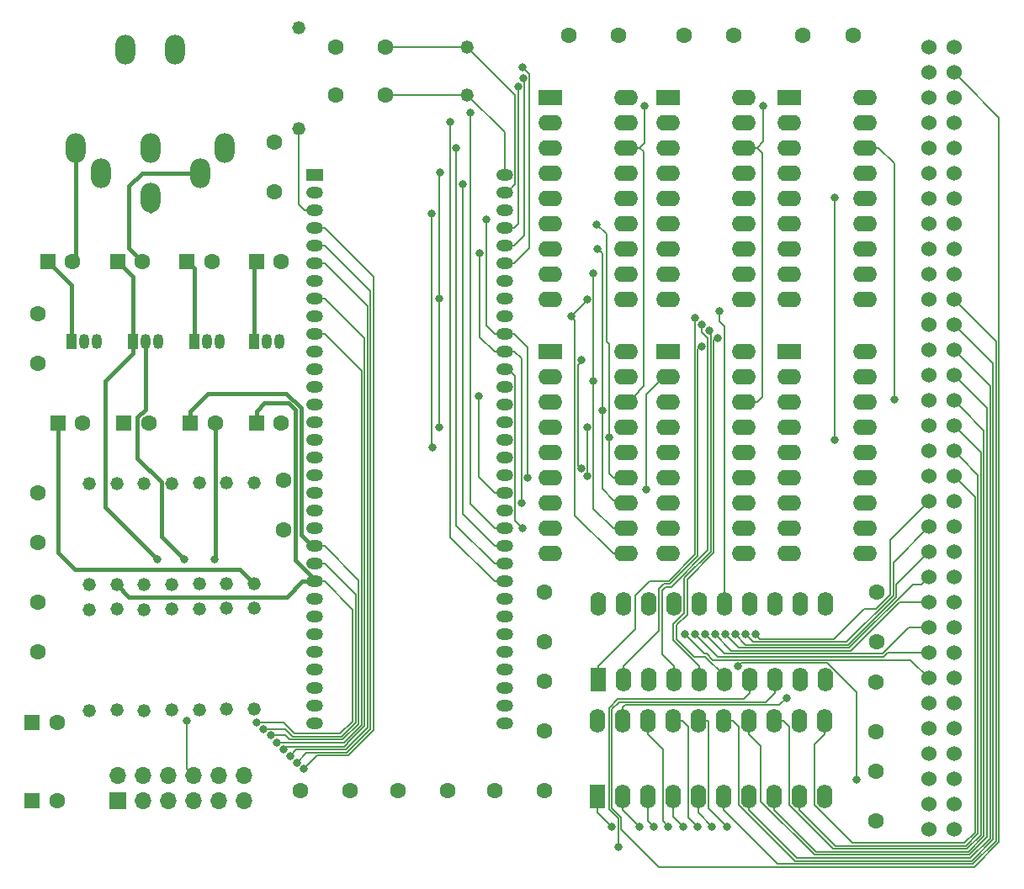
<source format=gbr>
G04 #@! TF.GenerationSoftware,KiCad,Pcbnew,(5.1.5-0-10_14)*
G04 #@! TF.CreationDate,2020-06-05T18:14:08+01:00*
G04 #@! TF.ProjectId,v9958video,76393935-3876-4696-9465-6f2e6b696361,rev?*
G04 #@! TF.SameCoordinates,Original*
G04 #@! TF.FileFunction,Copper,L1,Top*
G04 #@! TF.FilePolarity,Positive*
%FSLAX46Y46*%
G04 Gerber Fmt 4.6, Leading zero omitted, Abs format (unit mm)*
G04 Created by KiCad (PCBNEW (5.1.5-0-10_14)) date 2020-06-05 18:14:08*
%MOMM*%
%LPD*%
G04 APERTURE LIST*
%ADD10O,2.400000X1.600000*%
%ADD11R,2.400000X1.600000*%
%ADD12C,1.320800*%
%ADD13O,1.700000X1.200000*%
%ADD14R,1.700000X1.200000*%
%ADD15C,1.600000*%
%ADD16R,1.600000X1.600000*%
%ADD17R,1.050000X1.500000*%
%ADD18O,1.050000X1.500000*%
%ADD19O,1.600000X2.400000*%
%ADD20R,1.600000X2.400000*%
%ADD21O,2.000000X3.000000*%
%ADD22O,1.700000X1.700000*%
%ADD23R,1.700000X1.700000*%
%ADD24C,1.524000*%
%ADD25C,0.800000*%
%ADD26C,0.600000*%
%ADD27C,0.400000*%
%ADD28C,0.150000*%
G04 APERTURE END LIST*
D10*
X197220000Y-65800000D03*
X189600000Y-86120000D03*
X197220000Y-68340000D03*
X189600000Y-83580000D03*
X197220000Y-70880000D03*
X189600000Y-81040000D03*
X197220000Y-73420000D03*
X189600000Y-78500000D03*
X197220000Y-75960000D03*
X189600000Y-75960000D03*
X197220000Y-78500000D03*
X189600000Y-73420000D03*
X197220000Y-81040000D03*
X189600000Y-70880000D03*
X197220000Y-83580000D03*
X189600000Y-68340000D03*
X197220000Y-86120000D03*
D11*
X189600000Y-65800000D03*
D12*
X124705768Y-89280000D03*
X124705768Y-79120000D03*
D13*
X160950400Y-48010000D03*
X160950400Y-49790000D03*
X160950400Y-51570000D03*
X160950400Y-53350000D03*
X160950400Y-55130000D03*
X160950400Y-56910000D03*
X160950400Y-58690000D03*
X160950400Y-60470000D03*
X160950400Y-62250000D03*
X160950400Y-64030000D03*
X160950400Y-65810000D03*
X160950400Y-67590000D03*
X160950400Y-69370000D03*
X160950400Y-71150000D03*
X160950400Y-72930000D03*
X160950400Y-74710000D03*
X160950400Y-76490000D03*
X160950400Y-78270000D03*
X160950400Y-80050000D03*
X160950400Y-81830000D03*
X160950400Y-83610000D03*
X160950400Y-85390000D03*
X160950400Y-87170000D03*
X160950400Y-88950000D03*
X160950400Y-90730000D03*
X160950400Y-92510000D03*
X160950400Y-94290000D03*
X160950400Y-96070000D03*
X160950400Y-97850000D03*
X160950400Y-99630000D03*
X160950400Y-101410000D03*
X160950400Y-103190000D03*
X141849600Y-103190000D03*
X141849600Y-101410000D03*
X141849600Y-99630000D03*
X141849600Y-97850000D03*
X141849600Y-96070000D03*
X141849600Y-94290000D03*
X141849600Y-92510000D03*
X141849600Y-90730000D03*
X141849600Y-88950000D03*
X141849600Y-87170000D03*
X141849600Y-85390000D03*
X141849600Y-83610000D03*
X141849600Y-81830000D03*
X141849600Y-80050000D03*
X141849600Y-78270000D03*
X141849600Y-76490000D03*
X141849600Y-74710000D03*
X141849600Y-72930000D03*
X141849600Y-71150000D03*
X141849600Y-69370000D03*
X141849600Y-67590000D03*
X141849600Y-65810000D03*
X141849600Y-64030000D03*
X141849600Y-62250000D03*
X141849600Y-60470000D03*
X141849600Y-58690000D03*
X141849600Y-56910000D03*
X141849600Y-55130000D03*
X141849600Y-53350000D03*
X141849600Y-51570000D03*
X141849600Y-49790000D03*
D14*
X141849600Y-48010000D03*
D15*
X137750000Y-44750000D03*
X137750000Y-49750000D03*
X138750000Y-78750000D03*
X138750000Y-83750000D03*
X114000000Y-62000000D03*
X114000000Y-67000000D03*
X115940000Y-111010000D03*
D16*
X113440000Y-111010000D03*
D15*
X114000000Y-80000000D03*
X114000000Y-85000000D03*
X114000000Y-91000000D03*
X114000000Y-96000000D03*
X115940000Y-103150000D03*
D16*
X113440000Y-103150000D03*
D15*
X124500000Y-56750000D03*
D16*
X122000000Y-56750000D03*
D15*
X138500000Y-72975000D03*
D16*
X136000000Y-72975000D03*
D17*
X135755000Y-64800000D03*
D18*
X138295000Y-64800000D03*
X137025000Y-64800000D03*
D19*
X170300000Y-102980000D03*
X193160000Y-110600000D03*
X172840000Y-102980000D03*
X190620000Y-110600000D03*
X175380000Y-102980000D03*
X188080000Y-110600000D03*
X177920000Y-102980000D03*
X185540000Y-110600000D03*
X180460000Y-102980000D03*
X183000000Y-110600000D03*
X183000000Y-102980000D03*
X180460000Y-110600000D03*
X185540000Y-102980000D03*
X177920000Y-110600000D03*
X188080000Y-102980000D03*
X175380000Y-110600000D03*
X190620000Y-102980000D03*
X172840000Y-110600000D03*
X193160000Y-102980000D03*
D20*
X170300000Y-110600000D03*
D15*
X118500000Y-72975000D03*
D16*
X116000000Y-72975000D03*
D15*
X131833332Y-72975000D03*
D16*
X129333332Y-72975000D03*
D15*
X125166666Y-73000000D03*
D16*
X122666666Y-73000000D03*
D15*
X117500000Y-56750000D03*
D16*
X115000000Y-56750000D03*
D15*
X131500000Y-56750000D03*
D16*
X129000000Y-56750000D03*
D15*
X138500000Y-56750000D03*
D16*
X136000000Y-56750000D03*
D19*
X170375000Y-91205000D03*
X193235000Y-98825000D03*
X172915000Y-91205000D03*
X190695000Y-98825000D03*
X175455000Y-91205000D03*
X188155000Y-98825000D03*
X177995000Y-91205000D03*
X185615000Y-98825000D03*
X180535000Y-91205000D03*
X183075000Y-98825000D03*
X183075000Y-91205000D03*
X180535000Y-98825000D03*
X185615000Y-91205000D03*
X177995000Y-98825000D03*
X188155000Y-91205000D03*
X175455000Y-98825000D03*
X190695000Y-91205000D03*
X172915000Y-98825000D03*
X193235000Y-91205000D03*
D20*
X170375000Y-98825000D03*
D17*
X117380000Y-64800000D03*
D18*
X119920000Y-64800000D03*
X118650000Y-64800000D03*
D10*
X173220000Y-65800000D03*
X165600000Y-86120000D03*
X173220000Y-68340000D03*
X165600000Y-83580000D03*
X173220000Y-70880000D03*
X165600000Y-81040000D03*
X173220000Y-73420000D03*
X165600000Y-78500000D03*
X173220000Y-75960000D03*
X165600000Y-75960000D03*
X173220000Y-78500000D03*
X165600000Y-73420000D03*
X173220000Y-81040000D03*
X165600000Y-70880000D03*
X173220000Y-83580000D03*
X165600000Y-68340000D03*
X173220000Y-86120000D03*
D11*
X165600000Y-65800000D03*
D10*
X173220000Y-40200000D03*
X165600000Y-60520000D03*
X173220000Y-42740000D03*
X165600000Y-57980000D03*
X173220000Y-45280000D03*
X165600000Y-55440000D03*
X173220000Y-47820000D03*
X165600000Y-52900000D03*
X173220000Y-50360000D03*
X165600000Y-50360000D03*
X173220000Y-52900000D03*
X165600000Y-47820000D03*
X173220000Y-55440000D03*
X165600000Y-45280000D03*
X173220000Y-57980000D03*
X165600000Y-42740000D03*
X173220000Y-60520000D03*
D11*
X165600000Y-40200000D03*
D10*
X185020000Y-65800000D03*
X177400000Y-86120000D03*
X185020000Y-68340000D03*
X177400000Y-83580000D03*
X185020000Y-70880000D03*
X177400000Y-81040000D03*
X185020000Y-73420000D03*
X177400000Y-78500000D03*
X185020000Y-75960000D03*
X177400000Y-75960000D03*
X185020000Y-78500000D03*
X177400000Y-73420000D03*
X185020000Y-81040000D03*
X177400000Y-70880000D03*
X185020000Y-83580000D03*
X177400000Y-68340000D03*
X185020000Y-86120000D03*
D11*
X177400000Y-65800000D03*
D10*
X185020000Y-40200000D03*
X177400000Y-60520000D03*
X185020000Y-42740000D03*
X177400000Y-57980000D03*
X185020000Y-45280000D03*
X177400000Y-55440000D03*
X185020000Y-47820000D03*
X177400000Y-52900000D03*
X185020000Y-50360000D03*
X177400000Y-50360000D03*
X185020000Y-52900000D03*
X177400000Y-47820000D03*
X185020000Y-55440000D03*
X177400000Y-45280000D03*
X185020000Y-57980000D03*
X177400000Y-42740000D03*
X185020000Y-60520000D03*
D11*
X177400000Y-40200000D03*
D10*
X197220000Y-40200000D03*
X189600000Y-60520000D03*
X197220000Y-42740000D03*
X189600000Y-57980000D03*
X197220000Y-45280000D03*
X189600000Y-55440000D03*
X197220000Y-47820000D03*
X189600000Y-52900000D03*
X197220000Y-50360000D03*
X189600000Y-50360000D03*
X197220000Y-52900000D03*
X189600000Y-47820000D03*
X197220000Y-55440000D03*
X189600000Y-45280000D03*
X197220000Y-57980000D03*
X189600000Y-42740000D03*
X197220000Y-60520000D03*
D11*
X189600000Y-40200000D03*
D12*
X135767304Y-89205000D03*
X135767304Y-79045000D03*
X121940384Y-91720000D03*
X121940384Y-101880000D03*
X124705768Y-101930000D03*
X124705768Y-91770000D03*
X119175000Y-101930000D03*
X119175000Y-91770000D03*
X133001920Y-89155000D03*
X133001920Y-78995000D03*
X135767304Y-91670000D03*
X135767304Y-101830000D03*
X133001920Y-101830000D03*
X133001920Y-91670000D03*
X119175000Y-89230000D03*
X119175000Y-79070000D03*
X121940384Y-89280000D03*
X121940384Y-79120000D03*
X130236536Y-78995000D03*
X130236536Y-89155000D03*
X127471152Y-89230000D03*
X127471152Y-79070000D03*
X127471152Y-91720000D03*
X127471152Y-101880000D03*
X130236536Y-91720000D03*
X130236536Y-101880000D03*
X140250000Y-33170000D03*
X140250000Y-43330000D03*
D17*
X129705000Y-64800000D03*
D18*
X132245000Y-64800000D03*
X130975000Y-64800000D03*
D17*
X123550000Y-64800000D03*
D18*
X126090000Y-64800000D03*
X124820000Y-64800000D03*
D12*
X157200000Y-39963000D03*
X157200000Y-35137000D03*
D21*
X132819200Y-45343600D03*
X125319200Y-45343600D03*
X117819200Y-45343600D03*
X130319200Y-47843600D03*
X120319200Y-47843600D03*
X125319200Y-50343600D03*
X122819200Y-35443600D03*
X127819200Y-35443600D03*
D22*
X134700000Y-108460000D03*
X134700000Y-111000000D03*
X132160000Y-108460000D03*
X132160000Y-111000000D03*
X129620000Y-108460000D03*
X129620000Y-111000000D03*
X127080000Y-108460000D03*
X127080000Y-111000000D03*
X124540000Y-108460000D03*
X124540000Y-111000000D03*
X122000000Y-108460000D03*
D23*
X122000000Y-111000000D03*
D24*
X206190000Y-113920000D03*
X203650000Y-113920000D03*
X206190000Y-111380000D03*
X203650000Y-111380000D03*
X203650000Y-35180000D03*
X206190000Y-35180000D03*
X203650000Y-37720000D03*
X206190000Y-37720000D03*
X203650000Y-40260000D03*
X206190000Y-40260000D03*
X203650000Y-42800000D03*
X206190000Y-42800000D03*
X203650000Y-45340000D03*
X206190000Y-45340000D03*
X203650000Y-47880000D03*
X206190000Y-47880000D03*
X203650000Y-50420000D03*
X206190000Y-50420000D03*
X203650000Y-52960000D03*
X206190000Y-52960000D03*
X203650000Y-55500000D03*
X206190000Y-55500000D03*
X203650000Y-58040000D03*
X206190000Y-58040000D03*
X203650000Y-60580000D03*
X206190000Y-60580000D03*
X203650000Y-63120000D03*
X206190000Y-63120000D03*
X203650000Y-65660000D03*
X206190000Y-65660000D03*
X203650000Y-68200000D03*
X206190000Y-68200000D03*
X203650000Y-70740000D03*
X206190000Y-70740000D03*
X203650000Y-73280000D03*
X206190000Y-73280000D03*
X203650000Y-75820000D03*
X206190000Y-75820000D03*
X203650000Y-78360000D03*
X206190000Y-78360000D03*
X203650000Y-80900000D03*
X206190000Y-80900000D03*
X203650000Y-83440000D03*
X206190000Y-83440000D03*
X203650000Y-85980000D03*
X206190000Y-85980000D03*
X203650000Y-88520000D03*
X206190000Y-88520000D03*
X203650000Y-91060000D03*
X206190000Y-91060000D03*
X203650000Y-93600000D03*
X206190000Y-93600000D03*
X203650000Y-96140000D03*
X206190000Y-96140000D03*
X203650000Y-98680000D03*
X206190000Y-98680000D03*
X203650000Y-101220000D03*
X206190000Y-101220000D03*
X203650000Y-103760000D03*
X206190000Y-103760000D03*
X203650000Y-106300000D03*
X206190000Y-106300000D03*
X203650000Y-108840000D03*
X206190000Y-108840000D03*
D15*
X165000000Y-110000000D03*
X160000000Y-110000000D03*
X165000000Y-99000000D03*
X165000000Y-104000000D03*
X198300000Y-108050000D03*
X198300000Y-113050000D03*
X184000000Y-34000000D03*
X179000000Y-34000000D03*
X155200000Y-110000000D03*
X150200000Y-110000000D03*
X196000000Y-34000000D03*
X191000000Y-34000000D03*
X198300000Y-99050000D03*
X198300000Y-104050000D03*
X165000000Y-90000000D03*
X165000000Y-95000000D03*
X172400000Y-34000000D03*
X167400000Y-34000000D03*
X198450000Y-90050000D03*
X198450000Y-95050000D03*
X145400000Y-110000000D03*
X140400000Y-110000000D03*
X143975000Y-39950000D03*
X148975000Y-39950000D03*
X143975000Y-35175000D03*
X148975000Y-35175000D03*
D25*
X136009071Y-103117428D03*
X126000000Y-86750000D03*
X137407616Y-104431597D03*
X136662943Y-103806597D03*
X153660000Y-51880000D03*
X153740000Y-75420000D03*
X162330000Y-39110000D03*
X175060000Y-41089990D03*
X162810000Y-38270000D03*
X187000000Y-41089990D03*
X162763521Y-37165604D03*
X200170000Y-70670000D03*
X154420000Y-60510000D03*
X154440000Y-47800000D03*
X154410000Y-73420000D03*
X169241937Y-60588063D03*
X167640000Y-62240000D03*
X163275410Y-78510000D03*
X159090000Y-52540000D03*
X162650410Y-81020000D03*
X158465000Y-55910000D03*
X162790000Y-83580000D03*
X169870000Y-57970000D03*
X169900000Y-68740000D03*
X170790000Y-71769990D03*
X170320000Y-55460000D03*
X171470000Y-74400000D03*
X170230000Y-53020000D03*
X194200000Y-74700000D03*
X194200000Y-50300000D03*
X168664999Y-66630000D03*
X168664999Y-77610010D03*
X169275000Y-73420000D03*
X169275000Y-78360000D03*
X158340000Y-70320000D03*
X175220000Y-79710000D03*
X157510000Y-41760000D03*
X156730000Y-48950000D03*
X156105000Y-45280000D03*
X155480000Y-42730000D03*
X179100000Y-94281978D03*
X180114285Y-94281978D03*
X181128570Y-94281978D03*
X182142855Y-94281978D03*
X183157140Y-94281978D03*
X184171425Y-94281978D03*
X185185710Y-94281978D03*
X186200000Y-94281978D03*
X172380000Y-115640000D03*
X138027840Y-105151198D03*
X138699593Y-105822951D03*
X139371346Y-106494704D03*
X129000000Y-103000000D03*
X140043098Y-107166456D03*
X140714851Y-107838208D03*
X171745000Y-113620000D03*
X182390000Y-64450000D03*
X182610000Y-61730000D03*
X181550000Y-63690000D03*
X180833046Y-63065000D03*
X196390000Y-108900000D03*
X184430000Y-97467066D03*
X180770000Y-65270000D03*
X189323058Y-100663058D03*
X180120000Y-62380000D03*
X183320000Y-113620000D03*
X181849165Y-113620000D03*
X180378332Y-113620000D03*
X178907499Y-113620000D03*
X177436666Y-113620000D03*
X175965833Y-113620000D03*
X174495000Y-113620000D03*
X128750000Y-86750000D03*
X131750000Y-86750000D03*
D26*
X132245000Y-65133872D02*
X132245000Y-64800000D01*
D27*
X142099600Y-83610000D02*
X141849600Y-83610000D01*
X141849600Y-94290000D02*
X142099600Y-94290000D01*
X125319200Y-50343600D02*
X125319200Y-51680800D01*
D26*
X130319200Y-48921230D02*
X130319200Y-47843600D01*
D27*
X123175000Y-55425000D02*
X124500000Y-56750000D01*
X123175000Y-49150000D02*
X123175000Y-55425000D01*
X124481400Y-47843600D02*
X130319200Y-47843600D01*
X123175000Y-49150000D02*
X124481400Y-47843600D01*
D28*
X148988000Y-40213000D02*
X148975000Y-40200000D01*
X160950400Y-43713400D02*
X157200000Y-39963000D01*
X160950400Y-48010000D02*
X160950400Y-43713400D01*
X148988000Y-39963000D02*
X148975000Y-39950000D01*
X157200000Y-39963000D02*
X148988000Y-39963000D01*
X136009071Y-103117428D02*
X138714760Y-103117428D01*
X138714760Y-103117428D02*
X139847322Y-104249990D01*
X139847322Y-104249990D02*
X144432898Y-104249990D01*
X144432898Y-104249990D02*
X145659939Y-103022949D01*
X145659939Y-91760339D02*
X142849600Y-88950000D01*
X142849600Y-88950000D02*
X141849600Y-88950000D01*
X145659939Y-103022949D02*
X145659939Y-91760339D01*
D27*
X139900001Y-86813918D02*
X139900001Y-71677831D01*
X142036083Y-88950000D02*
X139900001Y-86813918D01*
X141849600Y-88950000D02*
X142036083Y-88950000D01*
X139900001Y-71677831D02*
X139222170Y-71000000D01*
X136000000Y-71775000D02*
X136000000Y-72975000D01*
X136775000Y-71000000D02*
X136000000Y-71775000D01*
X139222170Y-71000000D02*
X136775000Y-71000000D01*
X140599600Y-88950000D02*
X141849600Y-88950000D01*
X123160384Y-90500000D02*
X139049600Y-90500000D01*
X139049600Y-90500000D02*
X140599600Y-88950000D01*
X121940384Y-89280000D02*
X123160384Y-90500000D01*
X123550000Y-58300000D02*
X122000000Y-56750000D01*
X123550000Y-64800000D02*
X123550000Y-58300000D01*
X123550000Y-65950000D02*
X120750000Y-68750000D01*
X123550000Y-64800000D02*
X123550000Y-65950000D01*
X120750000Y-81500000D02*
X126000000Y-86750000D01*
X120750000Y-68750000D02*
X120750000Y-81500000D01*
D28*
X138920409Y-104431597D02*
X137407616Y-104431597D01*
X139340000Y-104851188D02*
X138920409Y-104431597D01*
X144680256Y-104851188D02*
X139340000Y-104851188D01*
X142849600Y-85390000D02*
X146259959Y-88800359D01*
X146259959Y-103271485D02*
X144680256Y-104851188D01*
X146259959Y-88800359D02*
X146259959Y-103271485D01*
X141849600Y-85390000D02*
X142849600Y-85390000D01*
D27*
X129333332Y-71775000D02*
X129333332Y-72975000D01*
X131108332Y-70000000D02*
X129333332Y-71775000D01*
X139000000Y-70000000D02*
X131108332Y-70000000D01*
X140500000Y-84290400D02*
X140500000Y-71500000D01*
X140500000Y-71500000D02*
X139000000Y-70000000D01*
X141599600Y-85390000D02*
X140500000Y-84290400D01*
X141849600Y-85390000D02*
X141599600Y-85390000D01*
X117819200Y-56430800D02*
X117500000Y-56750000D01*
X117819200Y-45343600D02*
X117819200Y-56430800D01*
X129705000Y-57455000D02*
X129000000Y-56750000D01*
X129705000Y-64800000D02*
X129705000Y-57455000D01*
D28*
X142849600Y-87170000D02*
X141849600Y-87170000D01*
X145959949Y-103147217D02*
X145959949Y-90280349D01*
X145959949Y-90280349D02*
X142849600Y-87170000D01*
X144557166Y-104550000D02*
X145959949Y-103147217D01*
X139620367Y-104550000D02*
X144557166Y-104550000D01*
X138876964Y-103806597D02*
X139620367Y-104550000D01*
X136662943Y-103806597D02*
X138876964Y-103806597D01*
D27*
X116000000Y-72975000D02*
X116000000Y-86000000D01*
X116000000Y-86000000D02*
X117750000Y-87750000D01*
X134312304Y-87750000D02*
X135767304Y-89205000D01*
X117750000Y-87750000D02*
X134312304Y-87750000D01*
D28*
X153660000Y-75340000D02*
X153740000Y-75420000D01*
X153660000Y-51880000D02*
X153660000Y-75340000D01*
X162330000Y-52970400D02*
X162330000Y-39110000D01*
X161950400Y-53350000D02*
X162330000Y-52970400D01*
X160950400Y-53350000D02*
X161950400Y-53350000D01*
X175060000Y-44790000D02*
X174570000Y-45280000D01*
X174570000Y-45280000D02*
X173220000Y-45280000D01*
X175060000Y-41089990D02*
X175060000Y-44790000D01*
X174970000Y-45680000D02*
X174570000Y-45280000D01*
X174970000Y-69270000D02*
X174970000Y-45680000D01*
X173380000Y-70880000D02*
X174430000Y-69830000D01*
X173220000Y-70880000D02*
X173380000Y-70880000D01*
X174430000Y-69810000D02*
X174970000Y-69270000D01*
X174430000Y-69830000D02*
X174430000Y-69810000D01*
X162955001Y-54125399D02*
X162955001Y-38415001D01*
X162955001Y-38415001D02*
X162810000Y-38270000D01*
X161950400Y-55130000D02*
X162955001Y-54125399D01*
X160950400Y-55130000D02*
X161950400Y-55130000D01*
X186370000Y-45280000D02*
X185020000Y-45280000D01*
X187000000Y-44650000D02*
X186370000Y-45280000D01*
X187000000Y-41089990D02*
X187000000Y-44650000D01*
X186370000Y-45280000D02*
X186880000Y-45790000D01*
X186880000Y-70370000D02*
X186370000Y-70880000D01*
X186370000Y-70880000D02*
X185020000Y-70880000D01*
X186880000Y-45790000D02*
X186880000Y-70370000D01*
X163435001Y-37837084D02*
X162763521Y-37165604D01*
X161950400Y-56910000D02*
X163435001Y-55425399D01*
X163435001Y-55425399D02*
X163435001Y-37837084D01*
X160950400Y-56910000D02*
X161950400Y-56910000D01*
X200170000Y-46880000D02*
X200170000Y-70670000D01*
X198570000Y-45280000D02*
X200170000Y-46880000D01*
X197220000Y-45280000D02*
X198570000Y-45280000D01*
X154420000Y-47820000D02*
X154440000Y-47800000D01*
X154420000Y-60510000D02*
X154420000Y-47820000D01*
X154420000Y-73410000D02*
X154410000Y-73420000D01*
X154420000Y-60510000D02*
X154420000Y-73410000D01*
X169241937Y-60638063D02*
X169241937Y-60588063D01*
X167640000Y-62240000D02*
X169241937Y-60638063D01*
X168039999Y-82289999D02*
X171870000Y-86120000D01*
X171870000Y-86120000D02*
X173220000Y-86120000D01*
X168039999Y-62639999D02*
X168039999Y-82289999D01*
X167640000Y-62240000D02*
X168039999Y-62639999D01*
X163275410Y-65355010D02*
X163275410Y-78510000D01*
X161950400Y-64030000D02*
X163275410Y-65355010D01*
X160950400Y-64030000D02*
X161950400Y-64030000D01*
X159950400Y-64030000D02*
X160950400Y-64030000D01*
X159090000Y-63169600D02*
X159950400Y-64030000D01*
X159090000Y-52540000D02*
X159090000Y-63169600D01*
X162650410Y-66510010D02*
X162650410Y-81020000D01*
X161950400Y-65810000D02*
X162650410Y-66510010D01*
X160950400Y-65810000D02*
X161950400Y-65810000D01*
X159950400Y-65810000D02*
X160950400Y-65810000D01*
X158465000Y-64324600D02*
X159950400Y-65810000D01*
X158465000Y-55910000D02*
X158465000Y-64324600D01*
X160950400Y-67590000D02*
X161360000Y-67590000D01*
X162025410Y-68255410D02*
X162025410Y-82815410D01*
X162025410Y-82815410D02*
X162790000Y-83580000D01*
X161360000Y-67590000D02*
X162025410Y-68255410D01*
X169866938Y-57973062D02*
X169870000Y-57970000D01*
X171870000Y-83580000D02*
X173220000Y-83580000D01*
X169900000Y-58000000D02*
X169870000Y-57970000D01*
X171870000Y-83580000D02*
X169900000Y-81610000D01*
X169900000Y-81610000D02*
X169900000Y-68290000D01*
X169900000Y-68290000D02*
X169900000Y-58000000D01*
X169900000Y-68740000D02*
X169900000Y-68290000D01*
X170790000Y-71769990D02*
X170790000Y-79640000D01*
X170790000Y-79640000D02*
X171950000Y-80800000D01*
X172980000Y-80800000D02*
X173220000Y-81040000D01*
X171950000Y-80800000D02*
X172980000Y-80800000D01*
X170790000Y-55930000D02*
X170320000Y-55460000D01*
X170790000Y-71769990D02*
X170790000Y-55930000D01*
X171870000Y-78500000D02*
X173220000Y-78500000D01*
X171470000Y-78100000D02*
X171870000Y-78500000D01*
X171470000Y-74400000D02*
X171470000Y-78100000D01*
X171194990Y-53984990D02*
X170230000Y-53020000D01*
X171194990Y-64776044D02*
X171194990Y-53984990D01*
X171470000Y-65051054D02*
X171194990Y-64776044D01*
X171470000Y-74400000D02*
X171470000Y-65051054D01*
X194200000Y-74700000D02*
X194200000Y-50300000D01*
X168340009Y-77285020D02*
X168664999Y-77610010D01*
X168340009Y-67159991D02*
X168340009Y-77285020D01*
X168664999Y-66835001D02*
X168340009Y-67159991D01*
X168664999Y-66630000D02*
X168664999Y-66835001D01*
X169290000Y-78345000D02*
X169275000Y-78360000D01*
X169290000Y-74000685D02*
X169290000Y-78345000D01*
X169275000Y-73985685D02*
X169290000Y-74000685D01*
X169275000Y-73420000D02*
X169275000Y-73985685D01*
X159950400Y-80050000D02*
X160950400Y-80050000D01*
X158340000Y-78439600D02*
X159950400Y-80050000D01*
X158340000Y-70320000D02*
X158340000Y-78439600D01*
X175220000Y-70120000D02*
X175220000Y-79710000D01*
X177000000Y-68340000D02*
X175220000Y-70120000D01*
X177400000Y-68340000D02*
X177000000Y-68340000D01*
X157510000Y-81169600D02*
X157510000Y-41760000D01*
X159950400Y-83610000D02*
X157510000Y-81169600D01*
X160950400Y-83610000D02*
X159950400Y-83610000D01*
X156730000Y-82169600D02*
X156730000Y-48950000D01*
X159950400Y-85390000D02*
X156730000Y-82169600D01*
X160950400Y-85390000D02*
X159950400Y-85390000D01*
X156105000Y-83324600D02*
X156105000Y-45280000D01*
X159950400Y-87170000D02*
X156105000Y-83324600D01*
X160950400Y-87170000D02*
X159950400Y-87170000D01*
X159950400Y-88950000D02*
X155480000Y-84479600D01*
X160950400Y-88950000D02*
X159950400Y-88950000D01*
X155480000Y-84479600D02*
X155480000Y-42730000D01*
X203650000Y-98680000D02*
X201812066Y-96842066D01*
X181028012Y-96209990D02*
X181278011Y-96209990D01*
X179100000Y-94281978D02*
X181028012Y-96209990D01*
X181910087Y-96842066D02*
X201812066Y-96842066D01*
X181278011Y-96209990D02*
X181910087Y-96842066D01*
X199102221Y-96542057D02*
X182374364Y-96542057D01*
X199504278Y-96140000D02*
X199102221Y-96542057D01*
X182374364Y-96542057D02*
X180114285Y-94281978D01*
X203650000Y-96140000D02*
X199504278Y-96140000D01*
X198977953Y-96242047D02*
X201620000Y-93600000D01*
X201620000Y-93600000D02*
X203650000Y-93600000D01*
X183088638Y-96242046D02*
X198977953Y-96242047D01*
X181128570Y-94281978D02*
X183088638Y-96242046D01*
X200654114Y-91060000D02*
X203650000Y-91060000D01*
X195772077Y-95942037D02*
X200654114Y-91060000D01*
X183802914Y-95942037D02*
X195772077Y-95942037D01*
X182142855Y-94281978D02*
X183802914Y-95942037D01*
X202888001Y-89281999D02*
X203650000Y-88520000D01*
X184517189Y-95642027D02*
X195647808Y-95642028D01*
X202007837Y-89281999D02*
X202888001Y-89281999D01*
X195647808Y-95642028D02*
X202007837Y-89281999D01*
X183157140Y-94281978D02*
X184517189Y-95642027D01*
X200375029Y-89254971D02*
X203650000Y-85980000D01*
X200375029Y-90490529D02*
X200375029Y-89254971D01*
X195523539Y-95342019D02*
X200375029Y-90490529D01*
X185231466Y-95342019D02*
X195523539Y-95342019D01*
X184171425Y-94281978D02*
X185231466Y-95342019D01*
X200075019Y-87014981D02*
X203650000Y-83440000D01*
X200075019Y-90366261D02*
X200075019Y-87014981D01*
X195399270Y-95042010D02*
X200075019Y-90366261D01*
X185945741Y-95042009D02*
X195399270Y-95042010D01*
X185185710Y-94281978D02*
X185945741Y-95042009D01*
X199775009Y-84774991D02*
X203650000Y-80900000D01*
X194056000Y-94742000D02*
X197104000Y-91694000D01*
X198323002Y-91694000D02*
X199775009Y-90241993D01*
X197104000Y-91694000D02*
X198323002Y-91694000D01*
X199775009Y-90241993D02*
X199775009Y-84774991D01*
X186660022Y-94742000D02*
X194056000Y-94742000D01*
X186200000Y-94281978D02*
X186660022Y-94742000D01*
X171449991Y-111874269D02*
X172383058Y-112807336D01*
X185015009Y-100774991D02*
X172350731Y-100774991D01*
X171449990Y-101675732D02*
X171449991Y-111874269D01*
X172350731Y-100774991D02*
X171449990Y-101675732D01*
X185615000Y-100175000D02*
X185015009Y-100774991D01*
X185615000Y-98825000D02*
X185615000Y-100175000D01*
X172380000Y-112810394D02*
X172380000Y-115640000D01*
X172383058Y-112807336D02*
X172380000Y-112810394D01*
X210700080Y-42230080D02*
X206951999Y-38481999D01*
X210700080Y-115194144D02*
X210700080Y-42230080D01*
X208194224Y-117700000D02*
X210700080Y-115194144D01*
X188155000Y-100175000D02*
X187255000Y-101075000D01*
X172700000Y-113900000D02*
X176500000Y-117700000D01*
X172475000Y-101075000D02*
X171750000Y-101800000D01*
X206951999Y-38481999D02*
X206190000Y-37720000D01*
X172700000Y-112700000D02*
X172700000Y-113900000D01*
X171750000Y-101800000D02*
X171750000Y-111750000D01*
X176500000Y-117700000D02*
X208194224Y-117700000D01*
X171750000Y-111750000D02*
X172700000Y-112700000D01*
X187255000Y-101075000D02*
X172475000Y-101075000D01*
X188155000Y-98825000D02*
X188155000Y-100175000D01*
X142849600Y-64030000D02*
X141849600Y-64030000D01*
X146559969Y-67740369D02*
X142849600Y-64030000D01*
X146559969Y-103395753D02*
X146559969Y-67740369D01*
X144804524Y-105151198D02*
X146559969Y-103395753D01*
X138027840Y-105151198D02*
X144804524Y-105151198D01*
X146859979Y-64480379D02*
X142849600Y-60470000D01*
X142849600Y-60470000D02*
X141849600Y-60470000D01*
X146859979Y-103520021D02*
X146859979Y-64480379D01*
X138942574Y-105579970D02*
X144827196Y-105579970D01*
X145178583Y-105201417D02*
X146859979Y-103520021D01*
X145178583Y-105228583D02*
X145178583Y-105201417D01*
X144827196Y-105579970D02*
X145178583Y-105228583D01*
X138699593Y-105822951D02*
X138942574Y-105579970D01*
X142849600Y-56910000D02*
X141849600Y-56910000D01*
X144951464Y-105879980D02*
X147159989Y-103671455D01*
X147159989Y-103671455D02*
X147159989Y-61220389D01*
X139371346Y-106494704D02*
X139986070Y-105879980D01*
X139986070Y-105879980D02*
X144951464Y-105879980D01*
X147159989Y-61220389D02*
X142849600Y-56910000D01*
X129000000Y-107840000D02*
X129620000Y-108460000D01*
X129000000Y-103000000D02*
X129000000Y-107840000D01*
X142849600Y-55130000D02*
X141849600Y-55130000D01*
X147459999Y-59740399D02*
X142849600Y-55130000D01*
X141029563Y-106179991D02*
X145075732Y-106179990D01*
X147459999Y-103795723D02*
X147459999Y-59740399D01*
X145075732Y-106179990D02*
X147459999Y-103795723D01*
X140043098Y-107166456D02*
X141029563Y-106179991D01*
X145200001Y-106479999D02*
X147760009Y-103919991D01*
X147760009Y-103919991D02*
X147760009Y-58260409D01*
X147760009Y-58260409D02*
X142849600Y-53350000D01*
X142849600Y-53350000D02*
X141849600Y-53350000D01*
X142073060Y-106479999D02*
X145200001Y-106479999D01*
X140714851Y-107838208D02*
X142073060Y-106479999D01*
X170300000Y-112175000D02*
X170300000Y-110600000D01*
X171745000Y-113620000D02*
X170300000Y-112175000D01*
X183075000Y-98431257D02*
X183075000Y-98825000D01*
X179994278Y-96510000D02*
X181153743Y-96510000D01*
X178240010Y-94755732D02*
X179994278Y-96510000D01*
X181153743Y-96510000D02*
X183075000Y-98431257D01*
X178240010Y-93364268D02*
X178240010Y-94755732D01*
X179340010Y-92264268D02*
X178240010Y-93364268D01*
X181995021Y-64664979D02*
X181995021Y-86062091D01*
X182390000Y-64450000D02*
X182210000Y-64450000D01*
X179340010Y-88717102D02*
X179340010Y-92264268D01*
X181995021Y-86062091D02*
X179340010Y-88717102D01*
X182210000Y-64450000D02*
X181995021Y-64664979D01*
X182610000Y-62295685D02*
X182610000Y-61730000D01*
X182610000Y-62791054D02*
X182610000Y-62295685D01*
X183075000Y-63256054D02*
X182610000Y-62791054D01*
X183075000Y-91205000D02*
X183075000Y-63256054D01*
X181695011Y-63835011D02*
X181550000Y-63690000D01*
X181695011Y-85937823D02*
X181695011Y-63835011D01*
X179040000Y-88592834D02*
X181695011Y-85937823D01*
X177940000Y-93240000D02*
X179040000Y-92140000D01*
X180535000Y-97475000D02*
X177940000Y-94880000D01*
X179040000Y-92140000D02*
X179040000Y-88592834D01*
X177940000Y-94880000D02*
X177940000Y-93240000D01*
X180535000Y-98825000D02*
X180535000Y-97475000D01*
X181395001Y-85813555D02*
X181395001Y-64460003D01*
X181395001Y-64460003D02*
X180833046Y-63898048D01*
X176780020Y-89844258D02*
X177144260Y-89480018D01*
X177144260Y-89480018D02*
X177728538Y-89480018D01*
X180833046Y-63898048D02*
X180833046Y-63630685D01*
X177728538Y-89480018D02*
X181395001Y-85813555D01*
X176780020Y-96260020D02*
X176780020Y-89844258D01*
X180833046Y-63630685D02*
X180833046Y-63065000D01*
X177995000Y-97475000D02*
X176780020Y-96260020D01*
X177995000Y-98825000D02*
X177995000Y-97475000D01*
X196390000Y-100130417D02*
X193401659Y-97142076D01*
X196390000Y-108900000D02*
X196390000Y-100130417D01*
X175455000Y-98825000D02*
X176145417Y-98825000D01*
X184754990Y-97142076D02*
X184430000Y-97467066D01*
X193401659Y-97142076D02*
X184754990Y-97142076D01*
X176480010Y-93909990D02*
X172915000Y-97475000D01*
X176480010Y-89719990D02*
X176480010Y-93909990D01*
X177019990Y-89180010D02*
X176480010Y-89719990D01*
X172915000Y-97475000D02*
X172915000Y-98825000D01*
X180410010Y-86374268D02*
X177604269Y-89180009D01*
X180410010Y-65549990D02*
X180410010Y-86374268D01*
X177604269Y-89180009D02*
X177019990Y-89180010D01*
X180690000Y-65270000D02*
X180410010Y-65549990D01*
X180770000Y-65270000D02*
X180690000Y-65270000D01*
X172840000Y-101630000D02*
X173094990Y-101375010D01*
X172840000Y-102980000D02*
X172840000Y-101630000D01*
X173094990Y-101375010D02*
X186900000Y-101375010D01*
X188611106Y-101375010D02*
X189323058Y-100663058D01*
X186900000Y-101375010D02*
X188611106Y-101375010D01*
X174100000Y-93750000D02*
X170375000Y-97475000D01*
X170375000Y-97475000D02*
X170375000Y-98825000D01*
X177480000Y-88880000D02*
X175540000Y-88880000D01*
X180110000Y-86250000D02*
X177480000Y-88880000D01*
X174100000Y-90320000D02*
X174100000Y-93750000D01*
X175540000Y-88880000D02*
X174100000Y-90320000D01*
X180110000Y-62330000D02*
X180110000Y-86250000D01*
X183000000Y-110600000D02*
X183000000Y-111950000D01*
X183000000Y-111950000D02*
X188425080Y-117375080D01*
X188425080Y-117375080D02*
X190041219Y-117375080D01*
X206951999Y-61341999D02*
X206190000Y-60580000D01*
X210400070Y-115069876D02*
X210400070Y-64790070D01*
X208094866Y-117375080D02*
X210400070Y-115069876D01*
X210400070Y-64790070D02*
X206951999Y-61341999D01*
X199649920Y-117375080D02*
X208094866Y-117375080D01*
X190041219Y-117375080D02*
X199649920Y-117375080D01*
X199649920Y-117375080D02*
X199750000Y-117375080D01*
X208300000Y-114200000D02*
X208300000Y-80470000D01*
X206295762Y-115275000D02*
X207225000Y-115275000D01*
X206295752Y-115275010D02*
X206295762Y-115275000D01*
X208300000Y-80470000D02*
X206190000Y-78360000D01*
X192134990Y-111434990D02*
X195975010Y-115275010D01*
X192134990Y-105355010D02*
X192134990Y-111434990D01*
X195975010Y-115275010D02*
X206295752Y-115275010D01*
X207225000Y-115275000D02*
X208300000Y-114200000D01*
X193160000Y-104330000D02*
X192134990Y-105355010D01*
X193160000Y-102980000D02*
X193160000Y-104330000D01*
X181485010Y-103055010D02*
X181485010Y-111785010D01*
X181410000Y-102980000D02*
X181485010Y-103055010D01*
X181485010Y-111785010D02*
X183320000Y-113620000D01*
X180460000Y-102980000D02*
X181410000Y-102980000D01*
X208600010Y-78230010D02*
X206951999Y-76581999D01*
X208600010Y-114324268D02*
X208600010Y-78230010D01*
X207349258Y-115575020D02*
X208600010Y-114324268D01*
X206951999Y-76581999D02*
X206190000Y-75820000D01*
X194245020Y-115575020D02*
X207349258Y-115575020D01*
X190620000Y-111950000D02*
X194245020Y-115575020D01*
X190620000Y-110600000D02*
X190620000Y-111950000D01*
X180460000Y-112230835D02*
X181849165Y-113620000D01*
X180460000Y-110600000D02*
X180460000Y-112230835D01*
X206951999Y-74041999D02*
X206190000Y-73280000D01*
X208900020Y-114448536D02*
X208900020Y-75990020D01*
X208900020Y-75990020D02*
X206951999Y-74041999D01*
X207473527Y-115875029D02*
X208900020Y-114448536D01*
X194045447Y-115875030D02*
X207473527Y-115875029D01*
X189594990Y-111424573D02*
X194045447Y-115875030D01*
X189594990Y-103544990D02*
X189594990Y-111424573D01*
X189030000Y-102980000D02*
X189594990Y-103544990D01*
X188080000Y-102980000D02*
X189030000Y-102980000D01*
X179434990Y-112676658D02*
X180378332Y-113620000D01*
X179434990Y-103544990D02*
X179434990Y-112676658D01*
X178870000Y-102980000D02*
X179434990Y-103544990D01*
X177920000Y-102980000D02*
X178870000Y-102980000D01*
X188080000Y-111950000D02*
X192305040Y-116175040D01*
X192305040Y-116175040D02*
X203474268Y-116175040D01*
X188080000Y-110600000D02*
X188080000Y-111950000D01*
X203474268Y-116175040D02*
X202500000Y-116175040D01*
X206951999Y-71501999D02*
X206190000Y-70740000D01*
X207597794Y-116175040D02*
X209200030Y-114572804D01*
X209200030Y-73750030D02*
X206951999Y-71501999D01*
X209200030Y-114572804D02*
X209200030Y-73750030D01*
X203474268Y-116175040D02*
X207597794Y-116175040D01*
X177920000Y-112632501D02*
X177920000Y-110600000D01*
X178907499Y-113620000D02*
X177920000Y-112632501D01*
X185540000Y-104330000D02*
X186750000Y-105540000D01*
X185540000Y-102980000D02*
X185540000Y-104330000D01*
X186750000Y-111119583D02*
X192105467Y-116475050D01*
X186750000Y-105540000D02*
X186750000Y-111119583D01*
X192105467Y-116475050D02*
X192180772Y-116475050D01*
X206951999Y-68961999D02*
X206190000Y-68200000D01*
X209500040Y-71510040D02*
X206951999Y-68961999D01*
X209500040Y-114697072D02*
X209500040Y-71510040D01*
X207722063Y-116475049D02*
X209500040Y-114697072D01*
X201849950Y-116475050D02*
X207722063Y-116475049D01*
X201849950Y-116475050D02*
X201925000Y-116475050D01*
X192180772Y-116475050D02*
X201849950Y-116475050D01*
X175380000Y-104330000D02*
X175380000Y-102980000D01*
X176894990Y-105844990D02*
X175380000Y-104330000D01*
X176894990Y-113078324D02*
X176894990Y-105844990D01*
X177436666Y-113620000D02*
X176894990Y-113078324D01*
X185540000Y-111950000D02*
X190365060Y-116775060D01*
X185540000Y-110600000D02*
X185540000Y-111950000D01*
X190365060Y-116775060D02*
X192056504Y-116775060D01*
X206951999Y-66421999D02*
X206190000Y-65660000D01*
X209800050Y-69270050D02*
X206951999Y-66421999D01*
X209800050Y-114821340D02*
X209800050Y-69270050D01*
X207846330Y-116775060D02*
X209800050Y-114821340D01*
X200374940Y-116775060D02*
X207846330Y-116775060D01*
X192056504Y-116775060D02*
X200374940Y-116775060D01*
X200374940Y-116775060D02*
X200525000Y-116775060D01*
X175380000Y-113034167D02*
X175380000Y-110600000D01*
X175965833Y-113620000D02*
X175380000Y-113034167D01*
X172840000Y-111970000D02*
X172840000Y-110600000D01*
X174090001Y-113220001D02*
X172840000Y-111970000D01*
X174095001Y-113220001D02*
X174090001Y-113220001D01*
X174495000Y-113620000D02*
X174095001Y-113220001D01*
X184514990Y-103544990D02*
X184514990Y-111424573D01*
X184514990Y-111424573D02*
X190165487Y-117075070D01*
X183950000Y-102980000D02*
X184514990Y-103544990D01*
X183000000Y-102980000D02*
X183950000Y-102980000D01*
X200649268Y-117075070D02*
X198000000Y-117075070D01*
X206951999Y-63881999D02*
X206190000Y-63120000D01*
X210100060Y-67030060D02*
X206951999Y-63881999D01*
X210100060Y-114945608D02*
X210100060Y-67030060D01*
X207970599Y-117075069D02*
X210100060Y-114945608D01*
X200450070Y-117075070D02*
X207970599Y-117075069D01*
X190165487Y-117075070D02*
X200450070Y-117075070D01*
X200450070Y-117075070D02*
X200649268Y-117075070D01*
D27*
X124016665Y-72447999D02*
X124016665Y-76516665D01*
X124820000Y-71644664D02*
X124016665Y-72447999D01*
X124820000Y-64800000D02*
X124820000Y-71644664D01*
X126460751Y-84460751D02*
X128750000Y-86750000D01*
X126460751Y-78960751D02*
X126460751Y-84460751D01*
X124016665Y-76516665D02*
X126460751Y-78960751D01*
D28*
X149013000Y-35387000D02*
X148975000Y-35425000D01*
X162025410Y-48964990D02*
X162025410Y-39962410D01*
X161200400Y-49790000D02*
X162025410Y-48964990D01*
X162025410Y-39962410D02*
X157200000Y-35137000D01*
X160950400Y-49790000D02*
X161200400Y-49790000D01*
X149013000Y-35137000D02*
X148975000Y-35175000D01*
X157200000Y-35137000D02*
X149013000Y-35137000D01*
D27*
X135755000Y-56995000D02*
X136000000Y-56750000D01*
X135755000Y-64800000D02*
X135755000Y-56995000D01*
X131833332Y-86666668D02*
X131750000Y-86750000D01*
X131833332Y-72975000D02*
X131833332Y-86666668D01*
D28*
X140250000Y-43330000D02*
X140250000Y-50970400D01*
X140849600Y-51570000D02*
X140250000Y-50970400D01*
X141849600Y-51570000D02*
X140849600Y-51570000D01*
D27*
X117380000Y-59130000D02*
X115000000Y-56750000D01*
X117380000Y-64800000D02*
X117380000Y-59130000D01*
D28*
X118500000Y-64950000D02*
X118650000Y-64800000D01*
M02*

</source>
